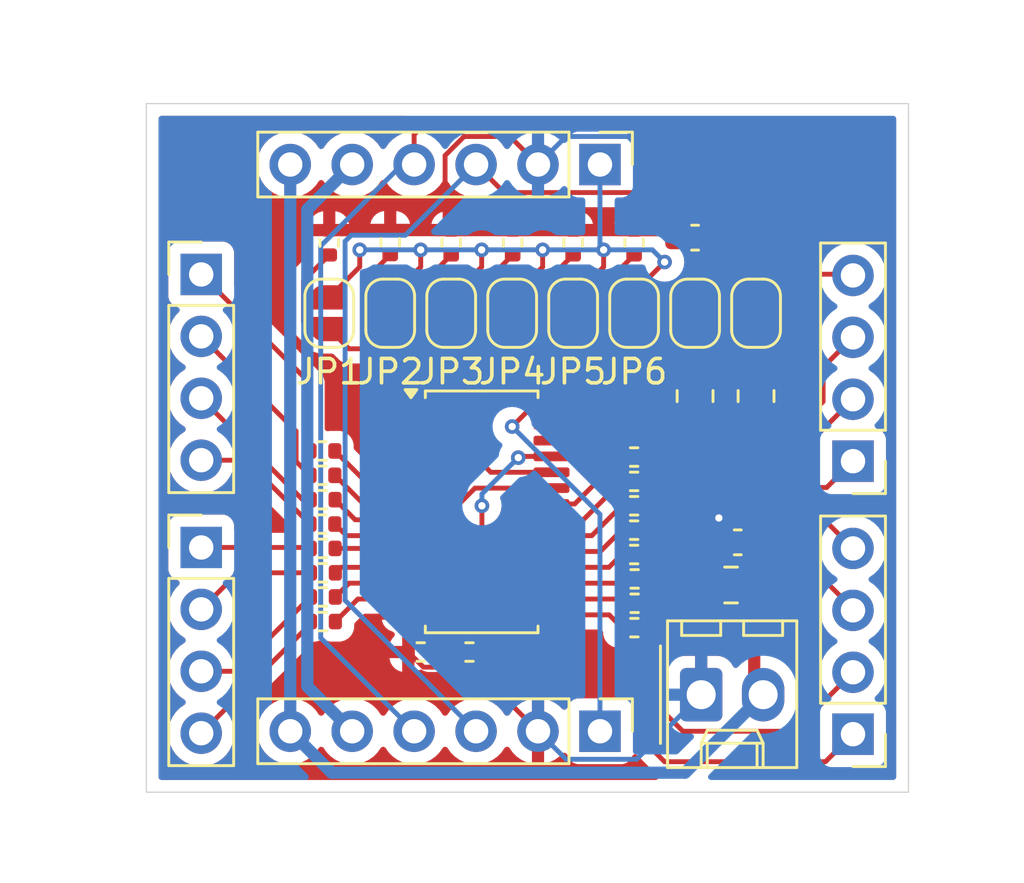
<source format=kicad_pcb>
(kicad_pcb (version 20240108) (generator "pcbnew") (generator_version "8.0")
  (layers (0 "F.Cu" signal) (31 "B.Cu" signal) (34 "B.Paste" user) (35 "F.Paste" user) (36 "B.SilkS" user "B.Silkscreen") (37 "F.SilkS" user "F.Silkscreen") (38 "B.Mask" user) (39 "F.Mask" user) (44 "Edge.Cuts" user))
  (net 0 "")
  (net 1 "GND")
  (net 2 "+3V3")
  (net 3 "+5V")
  (net 4 "Net-(J1-Pin_2)")
  (net 5 "Net-(J1-Pin_3)")
  (net 6 "Net-(J1-Pin_4)")
  (net 7 "Net-(J1-Pin_1)")
  (net 8 "SCL")
  (net 9 "SDA")
  (net 10 "OE")
  (net 11 "Net-(J6-Pin_3)")
  (net 12 "Net-(J6-Pin_4)")
  (net 13 "Net-(J6-Pin_1)")
  (net 14 "Net-(J6-Pin_2)")
  (net 15 "Net-(J7-Pin_1)")
  (net 16 "Net-(J7-Pin_2)")
  (net 17 "Net-(J7-Pin_4)")
  (net 18 "Net-(J7-Pin_3)")
  (net 19 "Net-(J8-Pin_1)")
  (net 20 "Net-(J8-Pin_2)")
  (net 21 "Net-(J8-Pin_3)")
  (net 22 "Net-(J8-Pin_4)")
  (net 23 "Net-(U1-#OE)")
  (net 24 "Net-(U1-EXTCLK)")
  (net 25 "Net-(U1-PWM0)")
  (net 26 "Net-(U1-PWM1)")
  (net 27 "Net-(U1-PWM2)")
  (net 28 "Net-(U1-PWM3)")
  (net 29 "Net-(U1-PWM4)")
  (net 30 "Net-(U1-PWM5)")
  (net 31 "Net-(U1-PWM6)")
  (net 32 "Net-(U1-PWM7)")
  (net 33 "Net-(U1-PWM8)")
  (net 34 "Net-(U1-PWM9)")
  (net 35 "Net-(U1-PWM10)")
  (net 36 "Net-(U1-PWM11)")
  (net 37 "Net-(U1-PWM12)")
  (net 38 "Net-(U1-PWM13)")
  (net 39 "Net-(U1-PWM14)")
  (net 40 "Net-(U1-PWM15)")
  (net 41 "A0")
  (net 42 "A1")
  (net 43 "A2")
  (net 44 "A3")
  (net 45 "A4")
  (net 46 "A5")
  (net 47 "Net-(JP7-B)")
  (net 48 "Net-(JP8-A)")
  (footprint "Resistor_SMD:R_0805_2012Metric" (layer "F.Cu") (at 100.8 91.5875 -90)
    (property "Reference" "R26" (hide yes))
    (property "Value" "4.7kΩ")
  )
  (footprint "Capacitor_SMD:C_0805_2012Metric" (layer "F.Cu") (at 99.775 99.3375 180)
    (property "Reference" "C2" (hide yes))
    (property "Value" "47μF")
  )
  (footprint "Resistor_SMD:R_0402_1005Metric" (layer "F.Cu") (at 95.8 97.0875)
    (property "Reference" "R15" (hide yes))
    (property "Value" "220Ω")
  )
  (footprint "Resistor_SMD:R_0402_1005Metric" (layer "F.Cu") (at 83.02 94.8375 180)
    (property "Reference" "R4" (hide yes))
    (property "Value" "220Ω")
  )
  (footprint "Resistor_SMD:R_0402_1005Metric" (layer "F.Cu") (at 93.3 85.2875 -90)
    (property "Reference" "R23" (hide yes))
    (property "Value" "10kΩ")
  )
  (footprint "Jumper:SolderJumper-2_P1.3mm_Open_RoundedPad1.0x1.5mm" (layer "F.Cu") (at 90.8 88.1875 -90)
    (property "Reference" "JP4")
    (property "Value" "SolderJumper_2_Open")
  )
  (footprint "Connector_PinHeader_2.54mm:PinHeader_1x04_P2.54mm_Vertical" (layer "F.Cu") (at 104.775 94.2575 180)
    (property "Reference" "J8" (hide yes))
    (property "Value" "Conn_01x04_Pin")
  )
  (footprint "Connector_PinHeader_2.54mm:PinHeader_1x06_P2.54mm_Vertical" (layer "F.Cu") (at 94.4 82.0875 -90)
    (property "Reference" "J3" (hide yes))
    (property "Value" "Conn_01x06_Pin")
  )
  (footprint "Resistor_SMD:R_0402_1005Metric" (layer "F.Cu") (at 88.3 85.2875 -90)
    (property "Reference" "R21" (hide yes))
    (property "Value" "10kΩ")
  )
  (footprint "Jumper:SolderJumper-2_P1.3mm_Open_RoundedPad1.0x1.5mm" (layer "F.Cu") (at 88.3 88.1875 -90)
    (property "Reference" "JP3")
    (property "Value" "SolderJumper_2_Open")
  )
  (footprint "Capacitor_SMD:C_0603_1608Metric" (layer "F.Cu") (at 100.05 97.5875 180)
    (property "Reference" "C3" (hide yes))
    (property "Value" "10μF")
  )
  (footprint "Jumper:SolderJumper-2_P1.3mm_Open_RoundedPad1.0x1.5mm" (layer "F.Cu") (at 93.3 88.1875 -90)
    (property "Reference" "JP5")
    (property "Value" "SolderJumper_2_Open")
  )
  (footprint "Resistor_SMD:R_0402_1005Metric" (layer "F.Cu") (at 95.8 96.0875)
    (property "Reference" "R16" (hide yes))
    (property "Value" "220Ω")
  )
  (footprint "Resistor_SMD:R_0805_2012Metric" (layer "F.Cu") (at 98.3 91.5875 -90)
    (property "Reference" "R25" (hide yes))
    (property "Value" "4.7kΩ")
  )
  (footprint "Jumper:SolderJumper-2_P1.3mm_Open_RoundedPad1.0x1.5mm" (layer "F.Cu") (at 83.3 88.1875 -90)
    (property "Reference" "JP1")
    (property "Value" "SolderJumper_2_Open")
  )
  (footprint "Resistor_SMD:R_0402_1005Metric" (layer "F.Cu") (at 83.04 99.8275 180)
    (property "Reference" "R9" (hide yes))
    (property "Value" "220Ω")
  )
  (footprint "Resistor_SMD:R_0402_1005Metric" (layer "F.Cu") (at 83.04 98.8375 180)
    (property "Reference" "R8" (hide yes))
    (property "Value" "220Ω")
  )
  (footprint "Connector_Molex:Molex_KK-254_AE-6410-02A_1x02_P2.54mm_Vertical" (layer "F.Cu") (at 98.55 103.8375)
    (property "Reference" "J4" (hide yes))
    (property "Value" "Conn_01x02")
  )
  (footprint "Resistor_SMD:R_0402_1005Metric" (layer "F.Cu") (at 83.03 95.8375 180)
    (property "Reference" "R5" (hide yes))
    (property "Value" "220Ω")
  )
  (footprint "Resistor_SMD:R_0402_1005Metric" (layer "F.Cu") (at 95.82 99.0875)
    (property "Reference" "R13" (hide yes))
    (property "Value" "220Ω")
  )
  (footprint "Resistor_SMD:R_0402_1005Metric" (layer "F.Cu") (at 95.8 95.0875)
    (property "Reference" "R17" (hide yes))
    (property "Value" "220Ω")
  )
  (footprint "Connector_PinHeader_2.54mm:PinHeader_1x06_P2.54mm_Vertical" (layer "F.Cu") (at 94.4 105.3375 -90)
    (property "Reference" "J2" (hide yes))
    (property "Value" "Conn_01x06_Pin")
  )
  (footprint "Resistor_SMD:R_0402_1005Metric" (layer "F.Cu") (at 85.8 85.2775 -90)
    (property "Reference" "R20" (hide yes))
    (property "Value" "10kΩ")
  )
  (footprint "Connector_PinHeader_2.54mm:PinHeader_1x04_P2.54mm_Vertical" (layer "F.Cu") (at 78.05 97.7975)
    (property "Reference" "J6" (hide yes))
    (property "Value" "Conn_01x04_Pin")
  )
  (footprint "Resistor_SMD:R_0402_1005Metric" (layer "F.Cu") (at 95.81 101.0875)
    (property "Reference" "R11" (hide yes))
    (property "Value" "220Ω")
  )
  (footprint "Resistor_SMD:R_0402_1005Metric" (layer "F.Cu") (at 83.3 85.2875 -90)
    (property "Reference" "R19" (hide yes))
    (property "Value" "10kΩ")
  )
  (footprint "Resistor_SMD:R_0402_1005Metric" (layer "F.Cu") (at 83.03 97.8375 180)
    (property "Reference" "R7" (hide yes))
    (property "Value" "220Ω")
  )
  (footprint "Connector_PinHeader_2.54mm:PinHeader_1x04_P2.54mm_Vertical" (layer "F.Cu") (at 78.05 86.5975)
    (property "Reference" "J1" (hide yes))
    (property "Value" "Conn_01x04_Pin")
  )
  (footprint "Resistor_SMD:R_0402_1005Metric" (layer "F.Cu") (at 95.82 100.0875)
    (property "Reference" "R12" (hide yes))
    (property "Value" "220Ω")
  )
  (footprint "Resistor_SMD:R_0402_1005Metric" (layer "F.Cu") (at 83.02 96.8375 180)
    (property "Reference" "R6" (hide yes))
    (property "Value" "220Ω")
  )
  (footprint "Jumper:SolderJumper-2_P1.3mm_Open_RoundedPad1.0x1.5mm" (layer "F.Cu") (at 85.8 88.1875 -90)
    (property "Reference" "JP2")
    (property "Value" "SolderJumper_2_Open")
  )
  (footprint "Resistor_SMD:R_0402_1005Metric" (layer "F.Cu") (at 95.8 98.0875)
    (property "Reference" "R14" (hide yes))
    (property "Value" "220Ω")
  )
  (footprint "Resistor_SMD:R_0402_1005Metric" (layer "F.Cu") (at 83.02 93.8375 180)
    (property "Reference" "R3" (hide yes))
    (property "Value" "220Ω")
  )
  (footprint "Resistor_SMD:R_0402_1005Metric" (layer "F.Cu") (at 90.82 85.2875 -90)
    (property "Reference" "R22" (hide yes))
    (property "Value" "10kΩ")
  )
  (footprint "Jumper:SolderJumper-2_P1.3mm_Open_RoundedPad1.0x1.5mm" (layer "F.Cu") (at 100.8 88.1875 90)
    (property "Reference" "JP8" (hide yes))
    (property "Value" "SolderJumper_2_Open")
  )
  (footprint "Capacitor_SMD:C_0603_1608Metric" (layer "F.Cu") (at 98.3 85.0875 180)
    (property "Reference" "C1" (hide yes))
    (property "Value" "10μF")
  )
  (footprint "Resistor_SMD:R_0402_1005Metric" (layer "F.Cu") (at 95.8 94.0875)
    (property "Reference" "R18" (hide yes))
    (property "Value" "220Ω")
  )
  (footprint "Jumper:SolderJumper-2_P1.3mm_Open_RoundedPad1.0x1.5mm" (layer "F.Cu") (at 95.8 88.1875 -90)
    (property "Reference" "JP6")
    (property "Value" "SolderJumper_2_Open")
  )
  (footprint "Resistor_SMD:R_0402_1005Metric" (layer "F.Cu") (at 87.05 102.0875 180)
    (property "Reference" "R1" (hide yes))
    (property "Value" "10kΩ")
  )
  (footprint "Resistor_SMD:R_0402_1005Metric" (layer "F.Cu") (at 83.04 100.8375 180)
    (property "Reference" "R10" (hide yes))
    (property "Value" "220Ω")
  )
  (footprint "Jumper:SolderJumper-2_P1.3mm_Open_RoundedPad1.0x1.5mm" (layer "F.Cu") (at 98.3 88.1875 -90)
    (property "Reference" "JP7" (hide yes))
    (property "Value" "SolderJumper_2_Open")
  )
  (footprint "Resistor_SMD:R_0402_1005Metric" (layer "F.Cu") (at 89.05 102.0875 180)
    (property "Reference" "R2" (hide yes))
    (property "Value" "10kΩ")
  )
  (footprint "Connector_PinHeader_2.54mm:PinHeader_1x04_P2.54mm_Vertical" (layer "F.Cu") (at 104.775 105.4575 180)
    (property "Reference" "J7" (hide yes))
    (property "Value" "Conn_01x04_Pin")
  )
  (footprint "Resistor_SMD:R_0402_1005Metric" (layer "F.Cu") (at 95.8 85.2875 -90)
    (property "Reference" "R24" (hide yes))
    (property "Value" "10kΩ")
  )
  (footprint "Package_SO:TSSOP-28_4.4x9.7mm_P0.65mm" (layer "F.Cu") (at 89.55 96.3375)
    (property "Reference" "U1" (hide yes))
    (property "Value" "PCA9685")
  )
  (gr_rect (start 75.8 79.5875) (end 107.05 107.8375) (stroke (width 0.05)) (fill none) (layer "Edge.Cuts"))
  (segment (start 88.83 80.9375) (end 88.05 81.7175) (width 0.2) (layer "F.Cu") (net 1))
  (segment (start 97.215 84.7775) (end 97.525 85.0875) (width 0.5) (layer "F.Cu") (net 1))
  (segment (start 83.3 84.7775) (end 97.215 84.7775) (width 0.5) (layer "F.Cu") (net 1))
  (segment (start 99.275 98.8875) (end 98.825 99.3375) (width 0.2) (layer "F.Cu") (net 1))
  (segment (start 91.86 82.0875) (end 90.71 80.9375) (width 0.2) (layer "F.Cu") (net 1))
  (segment (start 88.54 102.0875) (end 87.92 102.7075) (width 0.2) (layer "F.Cu") (net 1))
  (segment (start 98.55 103.8375) (end 98.55 99.6125) (width 0.2) (layer "F.Cu") (net 1))
  (segment (start 87.16 102.7075) (end 86.54 102.0875) (width 0.2) (layer "F.Cu") (net 1))
  (segment (start 95.8 84.7775) (end 97.215 84.7775) (width 0.5) (layer "F.Cu") (net 1))
  (segment (start 86.6875 100.5625) (end 86.6875 101.94) (width 0.2) (layer "F.Cu") (net 1))
  (segment (start 88.61 102.0875) (end 91.86 105.3375) (width 0.2) (layer "F.Cu") (net 1))
  (segment (start 98.55 99.6125) (end 98.825 99.3375) (width 0.2) (layer "F.Cu") (net 1))
  (segment (start 99.275 97.5875) (end 99.275 98.8875) (width 0.2) (layer "F.Cu") (net 1))
  (segment (start 90.71 80.9375) (end 88.83 80.9375) (width 0.2) (layer "F.Cu") (net 1))
  (segment (start 88.05 81.7175) (end 88.05 84.5275) (width 0.2) (layer "F.Cu") (net 1))
  (segment (start 98.825 103.5625) (end 98.55 103.8375) (width 0.2) (layer "F.Cu") (net 1))
  (segment (start 86.6875 101.94) (end 86.54 102.0875) (width 0.2) (layer "F.Cu") (net 1))
  (segment (start 88.05 84.5275) (end 88.3 84.7775) (width 0.2) (layer "F.Cu") (net 1))
  (segment (start 99.275 96.5875) (end 99.275 97.5875) (width 0.2) (layer "F.Cu") (net 1))
  (segment (start 87.92 102.7075) (end 87.16 102.7075) (width 0.2) (layer "F.Cu") (net 1))
  (segment (start 88.54 102.0875) (end 88.61 102.0875) (width 0.2) (layer "F.Cu") (net 1))
  (via (at 99.275 96.5875) (size 0.6) (drill 0.3) (layers "F.Cu" "B.Cu") (net 1))
  (segment (start 93.01 80.9375) (end 91.86 82.0875) (width 0.2) (layer "B.Cu") (net 1))
  (segment (start 99.3 96.5625) (end 99.3 84.6875) (width 0.2) (layer "B.Cu") (net 1))
  (segment (start 93.01 106.4875) (end 95.9 106.4875) (width 0.2) (layer "B.Cu") (net 1))
  (segment (start 91.86 105.3375) (end 93.01 106.4875) (width 0.2) (layer "B.Cu") (net 1))
  (segment (start 95.9 106.4875) (end 98.55 103.8375) (width 0.2) (layer "B.Cu") (net 1))
  (segment (start 95.55 80.9375) (end 93.01 80.9375) (width 0.2) (layer "B.Cu") (net 1))
  (segment (start 99.3 84.6875) (end 95.55 80.9375) (width 0.2) (layer "B.Cu") (net 1))
  (segment (start 99.275 96.5875) (end 99.3 96.5625) (width 0.2) (layer "B.Cu") (net 1))
  (segment (start 95.8 87.5375) (end 95.8 87.3375) (width 0.2) (layer "F.Cu") (net 2))
  (segment (start 91.525 92.1125) (end 90.8 92.8375) (width 0.2) (layer "F.Cu") (net 2))
  (segment (start 92.4125 92.1125) (end 91.525 92.1125) (width 0.2) (layer "F.Cu") (net 2))
  (segment (start 95.8 87.3375) (end 97.05 86.0875) (width 0.2) (layer "F.Cu") (net 2))
  (segment (start 85.8 87.5375) (end 87.05 86.2875) (width 0.2) (layer "F.Cu") (net 2))
  (segment (start 83.3 87.5375) (end 84.55 86.2875) (width 0.2) (layer "F.Cu") (net 2))
  (segment (start 94.55 86.2875) (end 94.55 85.5875) (width 0.2) (layer "F.Cu") (net 2))
  (segment (start 92.05 86.2875) (end 92.05 85.5875) (width 0.2) (layer "F.Cu") (net 2))
  (segment (start 93.3 87.5375) (end 94.55 86.2875) (width 0.2) (layer "F.Cu") (net 2))
  (segment (start 90.8 87.5375) (end 92.05 86.2875) (width 0.2) (layer "F.Cu") (net 2))
  (segment (start 99.075 85.8125) (end 100.8 87.5375) (width 0.2) (layer "F.Cu") (net 2))
  (segment (start 96.855 89.2825) (end 96.855 87.5925) (width 0.2) (layer "F.Cu") (net 2))
  (segment (start 88.3 87.5375) (end 89.55 86.2875) (width 0.2) (layer "F.Cu") (net 2))
  (segment (start 96.8 87.5375) (end 95.8 87.5375) (width 0.2) (layer "F.Cu") (net 2))
  (segment (start 95.8 87.5375) (end 100.8 87.5375) (width 0.2) (layer "F.Cu") (net 2))
  (segment (start 84.55 86.2875) (end 84.55 85.5875) (width 0.2) (layer "F.Cu") (net 2))
  (segment (start 94.025 92.1125) (end 96.855 89.2825) (width 0.2) (layer "F.Cu") (net 2))
  (segment (start 89.55 86.2875) (end 89.55 85.5875) (width 0.2) (layer "F.Cu") (net 2))
  (segment (start 96.855 87.5925) (end 96.8 87.5375) (width 0.2) (layer "F.Cu") (net 2))
  (segment (start 99.075 85.0875) (end 99.075 85.8125) (width 0.2) (layer "F.Cu") (net 2))
  (segment (start 92.4125 92.1125) (end 94.025 92.1125) (width 0.2) (layer "F.Cu") (net 2))
  (segment (start 87.05 86.2875) (end 87.05 85.5875) (width 0.2) (layer "F.Cu") (net 2))
  (via (at 97.05 86.0875) (size 0.6) (drill 0.3) (layers "F.Cu" "B.Cu") (net 2))
  (via (at 87.05 85.5875) (size 0.6) (drill 0.3) (layers "F.Cu" "B.Cu") (net 2))
  (via (at 92.05 85.5875) (size 0.6) (drill 0.3) (layers "F.Cu" "B.Cu") (net 2))
  (via (at 94.55 85.5875) (size 0.6) (drill 0.3) (layers "F.Cu" "B.Cu") (net 2))
  (via (at 90.8 92.8375) (size 0.6) (drill 0.3) (layers "F.Cu" "B.Cu") (net 2))
  (via (at 84.55 85.5875) (size 0.6) (drill 0.3) (layers "F.Cu" "B.Cu") (net 2))
  (via (at 89.55 85.5875) (size 0.6) (drill 0.3) (layers "F.Cu" "B.Cu") (net 2))
  (segment (start 90.8 92.8375) (end 94.4 96.4375) (width 0.2) (layer "B.Cu") (net 2))
  (segment (start 94.4 82.0875) (end 94.4 85.4375) (width 0.2) (layer "B.Cu") (net 2))
  (segment (start 84.55 85.5875) (end 87.05 85.5875) (width 0.2) (layer "B.Cu") (net 2))
  (segment (start 94.4 85.4375) (end 94.55 85.5875) (width 0.2) (layer "B.Cu") (net 2))
  (segment (start 89.55 85.5875) (end 92.05 85.5875) (width 0.2) (layer "B.Cu") (net 2))
  (segment (start 94.4 96.4375) (end 94.4 105.3375) (width 0.2) (layer "B.Cu") (net 2))
  (segment (start 97.05 86.0875) (end 96.55 85.5875) (width 0.2) (layer "B.Cu") (net 2))
  (segment (start 96.55 85.5875) (end 94.55 85.5875) (width 0.2) (layer "B.Cu") (net 2))
  (segment (start 92.05 85.5875) (end 94.55 85.5875) (width 0.2) (layer "B.Cu") (net 2))
  (segment (start 87.05 85.5875) (end 89.55 85.5875) (width 0.2) (layer "B.Cu") (net 2))
  (segment (start 100.725 103.4725) (end 101.09 103.8375) (width 0.5) (layer "F.Cu") (net 3))
  (segment (start 100.825 97.5875) (end 100.825 99.2375) (width 0.5) (layer "F.Cu") (net 3))
  (segment (start 100.725 99.3375) (end 100.725 103.4725) (width 0.5) (layer "F.Cu") (net 3))
  (segment (start 100.825 99.2375) (end 100.725 99.3375) (width 0.5) (layer "F.Cu") (net 3))
  (segment (start 81.7 82.0875) (end 81.7 105.3375) (width 0.5) (layer "B.Cu") (net 3))
  (segment (start 83.4 107.0375) (end 97.89 107.0375) (width 0.5) (layer "B.Cu") (net 3))
  (segment (start 97.89 107.0375) (end 101.09 103.8375) (width 0.5) (layer "B.Cu") (net 3))
  (segment (start 81.7 105.3375) (end 83.4 107.0375) (width 0.5) (layer "B.Cu") (net 3))
  (segment (start 81.94 93.0275) (end 81.94 94.2675) (width 0.2) (layer "F.Cu") (net 4))
  (segment (start 78.05 89.1375) (end 81.94 93.0275) (width 0.2) (layer "F.Cu") (net 4))
  (segment (start 81.94 94.2675) (end 82.51 94.8375) (width 0.2) (layer "F.Cu") (net 4))
  (segment (start 78.05 91.6775) (end 82.21 95.8375) (width 0.2) (layer "F.Cu") (net 5))
  (segment (start 82.21 95.8375) (end 82.52 95.8375) (width 0.2) (layer "F.Cu") (net 5))
  (segment (start 79.89 94.2175) (end 82.51 96.8375) (width 0.2) (layer "F.Cu") (net 6))
  (segment (start 78.05 94.2175) (end 79.89 94.2175) (width 0.2) (layer "F.Cu") (net 6))
  (segment (start 78.05 86.5975) (end 82.51 91.0575) (width 0.2) (layer "F.Cu") (net 7))
  (segment (start 82.51 91.0575) (end 82.51 93.8375) (width 0.2) (layer "F.Cu") (net 7))
  (segment (start 87.3 80.3375) (end 86.78 80.8575) (width 0.2) (layer "F.Cu") (net 8))
  (segment (start 102.255 81.7925) (end 100.8 80.3375) (width 0.2) (layer "F.Cu") (net 8))
  (segment (start 101.5 92.5) (end 102.255 91.745) (width 0.2) (layer "F.Cu") (net 8))
  (segment (start 100.8 80.3375) (end 87.3 80.3375) (width 0.2) (layer "F.Cu") (net 8))
  (segment (start 86.78 80.8575) (end 86.78 82.0875) (width 0.2) (layer "F.Cu") (net 8))
  (segment (start 99.8875 93.4125) (end 100.8 92.5) (width 0.2) (layer "F.Cu") (net 8))
  (segment (start 92.4125 93.4125) (end 99.8875 93.4125) (width 0.2) (layer "F.Cu") (net 8))
  (segment (start 100.8 92.5) (end 101.5 92.5) (width 0.2) (layer "F.Cu") (net 8))
  (segment (start 102.255 91.745) (end 102.255 81.7925) (width 0.2) (layer "F.Cu") (net 8))
  (segment (start 86.29 82.0875) (end 82.95 85.4275) (width 0.2) (layer "B.Cu") (net 8))
  (segment (start 82.95 85.4275) (end 82.95 101.5075) (width 0.2) (layer "B.Cu") (net 8))
  (segment (start 86.78 82.0875) (end 86.29 82.0875) (width 0.2) (layer "B.Cu") (net 8))
  (segment (start 82.95 101.5075) (end 86.78 105.3375) (width 0.2) (layer "B.Cu") (net 8))
  (segment (start 101.855 91.117244) (end 101.855 86.643804) (width 0.2) (layer "F.Cu") (net 9))
  (segment (start 92.4125 92.7625) (end 98.0375 92.7625) (width 0.2) (layer "F.Cu") (net 9))
  (segment (start 98.0375 92.7625) (end 98.3 92.5) (width 0.2) (layer "F.Cu") (net 9))
  (segment (start 99 92.5) (end 100.0125 91.4875) (width 0.2) (layer "F.Cu") (net 9))
  (segment (start 90.47 83.2375) (end 89.32 82.0875) (width 0.2) (layer "F.Cu") (net 9))
  (segment (start 101.855 86.643804) (end 98.448696 83.2375) (width 0.2) (layer "F.Cu") (net 9))
  (segment (start 98.448696 83.2375) (end 90.47 83.2375) (width 0.2) (layer "F.Cu") (net 9))
  (segment (start 98.3 92.5) (end 99 92.5) (width 0.2) (layer "F.Cu") (net 9))
  (segment (start 100.0125 91.4875) (end 101.484744 91.4875) (width 0.2) (layer "F.Cu") (net 9))
  (segment (start 101.484744 91.4875) (end 101.855 91.117244) (width 0.2) (layer "F.Cu") (net 9))
  (segment (start 86.42 84.9875) (end 84.2 84.9875) (width 0.2) (layer "B.Cu") (net 9))
  (segment (start 83.95 85.2375) (end 83.95 99.9675) (width 0.2) (layer "B.Cu") (net 9))
  (segment (start 83.95 99.9675) (end 89.32 105.3375) (width 0.2) (layer "B.Cu") (net 9))
  (segment (start 84.2 84.9875) (end 83.95 85.2375) (width 0.2) (layer "B.Cu") (net 9))
  (segment (start 89.32 82.0875) (end 86.42 84.9875) (width 0.2) (layer "B.Cu") (net 9))
  (segment (start 82.4 83.9275) (end 84.24 82.0875) (width 0.5) (layer "B.Cu") (net 10))
  (segment (start 84.24 105.3375) (end 82.4 103.4975) (width 0.5) (layer "B.Cu") (net 10))
  (segment (start 82.4 103.4975) (end 82.4 83.9275) (width 0.5) (layer "B.Cu") (net 10))
  (segment (start 78.05 102.8775) (end 79.48 102.8775) (width 0.2) (layer "F.Cu") (net 11))
  (segment (start 79.48 102.8775) (end 82.53 99.8275) (width 0.2) (layer "F.Cu") (net 11))
  (segment (start 82.53 100.8375) (end 82.53 100.9375) (width 0.2) (layer "F.Cu") (net 12))
  (segment (start 82.53 100.9375) (end 78.05 105.4175) (width 0.2) (layer "F.Cu") (net 12))
  (segment (start 78.05 97.7975) (end 82.48 97.7975) (width 0.2) (layer "F.Cu") (net 13))
  (segment (start 82.48 97.7975) (end 82.52 97.8375) (width 0.2) (layer "F.Cu") (net 13))
  (segment (start 79.55 98.8375) (end 78.05 100.3375) (width 0.2) (layer "F.Cu") (net 14))
  (segment (start 82.53 98.8375) (end 79.55 98.8375) (width 0.2) (layer "F.Cu") (net 14))
  (segment (start 103.645 106.5875) (end 104.775 105.4575) (width 0.2) (layer "F.Cu") (net 15))
  (segment (start 97.05 106.5875) (end 103.645 106.5875) (width 0.2) (layer "F.Cu") (net 15))
  (segment (start 96.32 101.0875) (end 96.32 105.8575) (width 0.2) (layer "F.Cu") (net 15))
  (segment (start 96.32 105.8575) (end 97.05 106.5875) (width 0.2) (layer "F.Cu") (net 15))
  (segment (start 96.33 100.0875) (end 96.957843 100.715343) (width 0.2) (layer "F.Cu") (net 16))
  (segment (start 102.355 105.3375) (end 104.775 102.9175) (width 0.2) (layer "F.Cu") (net 16))
  (segment (start 96.957843 104.495087) (end 97.800256 105.3375) (width 0.2) (layer "F.Cu") (net 16))
  (segment (start 96.957843 100.715343) (end 96.957843 104.495087) (width 0.2) (layer "F.Cu") (net 16))
  (segment (start 97.800256 105.3375) (end 102.355 105.3375) (width 0.2) (layer "F.Cu") (net 16))
  (segment (start 96.31 98.0775) (end 98.125 96.2625) (width 0.2) (layer "F.Cu") (net 17))
  (segment (start 100.039214 95.9375) (end 102.875 95.9375) (width 0.2) (layer "F.Cu") (net 17))
  (segment (start 98.125 96.2625) (end 98.125 96.073285) (width 0.2) (layer "F.Cu") (net 17))
  (segment (start 99.689214 95.5875) (end 100.039214 95.9375) (width 0.2) (layer "F.Cu") (net 17))
  (segment (start 96.31 98.0875) (end 96.31 98.0775) (width 0.2) (layer "F.Cu") (net 17))
  (segment (start 98.610785 95.5875) (end 99.689214 95.5875) (width 0.2) (layer "F.Cu") (net 17))
  (segment (start 98.125 96.073285) (end 98.610785 95.5875) (width 0.2) (layer "F.Cu") (net 17))
  (segment (start 102.875 95.9375) (end 104.775 97.8375) (width 0.2) (layer "F.Cu") (net 17))
  (segment (start 98.776471 95.9875) (end 99.523529 95.9875) (width 0.2) (layer "F.Cu") (net 18))
  (segment (start 97.35 98.5375) (end 98.525 97.3625) (width 0.2) (layer "F.Cu") (net 18))
  (segment (start 100.798696 96.3375) (end 104.775 100.313804) (width 0.2) (layer "F.Cu") (net 18))
  (segment (start 98.525 96.238971) (end 98.776471 95.9875) (width 0.2) (layer "F.Cu") (net 18))
  (segment (start 96.33 99.0875) (end 96.88 98.5375) (width 0.2) (layer "F.Cu") (net 18))
  (segment (start 99.523529 95.9875) (end 99.873529 96.3375) (width 0.2) (layer "F.Cu") (net 18))
  (segment (start 104.775 100.313804) (end 104.775 100.3775) (width 0.2) (layer "F.Cu") (net 18))
  (segment (start 98.525 97.3625) (end 98.525 96.238971) (width 0.2) (layer "F.Cu") (net 18))
  (segment (start 99.873529 96.3375) (end 100.798696 96.3375) (width 0.2) (layer "F.Cu") (net 18))
  (segment (start 96.88 98.5375) (end 97.35 98.5375) (width 0.2) (layer "F.Cu") (net 18))
  (segment (start 96.31 97.0875) (end 97.725 95.6725) (width 0.2) (layer "F.Cu") (net 19))
  (segment (start 97.725 95.6725) (end 97.725 95.596814) (width 0.2) (layer "F.Cu") (net 19))
  (segment (start 103.695 95.3375) (end 104.775 94.2575) (width 0.2) (layer "F.Cu") (net 19))
  (segment (start 100.004899 95.3375) (end 103.695 95.3375) (width 0.2) (layer "F.Cu") (net 19))
  (segment (start 98.134314 95.1875) (end 99.854899 95.1875) (width 0.2) (layer "F.Cu") (net 19))
  (segment (start 99.854899 95.1875) (end 100.004899 95.3375) (width 0.2) (layer "F.Cu") (net 19))
  (segment (start 97.725 95.596814) (end 98.134314 95.1875) (width 0.2) (layer "F.Cu") (net 19))
  (segment (start 96.31 96.0875) (end 97.61 94.7875) (width 0.2) (layer "F.Cu") (net 20))
  (segment (start 97.61 94.7875) (end 101.705 94.7875) (width 0.2) (layer "F.Cu") (net 20))
  (segment (start 101.705 94.7875) (end 104.775 91.7175) (width 0.2) (layer "F.Cu") (net 20))
  (segment (start 103.55 91.81293) (end 103.55 90.4025) (width 0.2) (layer "F.Cu") (net 21))
  (segment (start 103.55 90.4025) (end 104.775 89.1775) (width 0.2) (layer "F.Cu") (net 21))
  (segment (start 101.15043 94.2125) (end 103.55 91.81293) (width 0.2) (layer "F.Cu") (net 21))
  (segment (start 96.31 95.0875) (end 97.185 94.2125) (width 0.2) (layer "F.Cu") (net 21))
  (segment (start 97.185 94.2125) (end 101.15043 94.2125) (width 0.2) (layer "F.Cu") (net 21))
  (segment (start 96.585 93.8125) (end 100.984744 93.8125) (width 0.2) (layer "F.Cu") (net 22))
  (segment (start 102.8 91.997244) (end 102.8 86.8375) (width 0.2) (layer "F.Cu") (net 22))
  (segment (start 103.05 86.5875) (end 104.725 86.5875) (width 0.2) (layer "F.Cu") (net 22))
  (segment (start 96.31 94.0875) (end 96.585 93.8125) (width 0.2) (layer "F.Cu") (net 22))
  (segment (start 100.984744 93.8125) (end 102.8 91.997244) (width 0.2) (layer "F.Cu") (net 22))
  (segment (start 104.725 86.5875) (end 104.775 86.6375) (width 0.2) (layer "F.Cu") (net 22))
  (segment (start 102.8 86.8375) (end 103.05 86.5875) (width 0.2) (layer "F.Cu") (net 22))
  (segment (start 87.725 101.9225) (end 87.725 96.9125) (width 0.2) (layer "F.Cu") (net 23))
  (segment (start 87.56 102.0875) (end 87.725 101.9225) (width 0.2) (layer "F.Cu") (net 23))
  (segment (start 87.725 96.9125) (end 89.275 95.3625) (width 0.2) (layer "F.Cu") (net 23))
  (segment (start 89.275 95.3625) (end 92.4125 95.3625) (width 0.2) (layer "F.Cu") (net 23))
  (segment (start 91.1 94.0625) (end 91.05 94.1125) (width 0.2) (layer "F.Cu") (net 24))
  (segment (start 92.4125 94.0625) (end 91.1 94.0625) (width 0.2) (layer "F.Cu") (net 24))
  (segment (start 89.56 96.0875) (end 89.56 102.0875) (width 0.2) (layer "F.Cu") (net 24))
  (via (at 89.56 96.0875) (size 0.6) (drill 0.3) (layers "F.Cu" "B.Cu") (net 24))
  (via (at 91.05 94.1125) (size 0.6) (drill 0.3) (layers "F.Cu" "B.Cu") (net 24))
  (segment (start 89.56 95.6025) (end 91.05 94.1125) (width 0.2) (layer "B.Cu") (net 24))
  (segment (start 89.56 96.0875) (end 89.56 95.6025) (width 0.2) (layer "B.Cu") (net 24))
  (segment (start 83.53 93.8375) (end 85.055 95.3625) (width 0.2) (layer "F.Cu") (net 25))
  (segment (start 85.055 95.3625) (end 86.6875 95.3625) (width 0.2) (layer "F.Cu") (net 25))
  (segment (start 84.705 96.0125) (end 86.6875 96.0125) (width 0.2) (layer "F.Cu") (net 26))
  (segment (start 83.53 94.8375) (end 84.705 96.0125) (width 0.2) (layer "F.Cu") (net 26))
  (segment (start 84.365 96.6625) (end 86.6875 96.6625) (width 0.2) (layer "F.Cu") (net 27))
  (segment (start 83.54 95.8375) (end 84.365 96.6625) (width 0.2) (layer "F.Cu") (net 27))
  (segment (start 84.005 97.3125) (end 86.6875 97.3125) (width 0.2) (layer "F.Cu") (net 28))
  (segment (start 83.53 96.8375) (end 84.005 97.3125) (width 0.2) (layer "F.Cu") (net 28))
  (segment (start 83.54 97.8375) (end 86.5625 97.8375) (width 0.2) (layer "F.Cu") (net 29))
  (segment (start 86.5625 97.8375) (end 86.6875 97.9625) (width 0.2) (layer "F.Cu") (net 29))
  (segment (start 83.55 98.8375) (end 83.775 98.6125) (width 0.2) (layer "F.Cu") (net 30))
  (segment (start 83.775 98.6125) (end 86.6875 98.6125) (width 0.2) (layer "F.Cu") (net 30))
  (segment (start 84.115 99.2625) (end 86.6875 99.2625) (width 0.2) (layer "F.Cu") (net 31))
  (segment (start 83.55 99.8275) (end 84.115 99.2625) (width 0.2) (layer "F.Cu") (net 31))
  (segment (start 84.475 99.9125) (end 83.55 100.8375) (width 0.2) (layer "F.Cu") (net 32))
  (segment (start 86.6875 99.9125) (end 84.475 99.9125) (width 0.2) (layer "F.Cu") (net 32))
  (segment (start 92.4125 100.5625) (end 94.775 100.5625) (width 0.2) (layer "F.Cu") (net 33))
  (segment (start 94.775 100.5625) (end 95.3 101.0875) (width 0.2) (layer "F.Cu") (net 33))
  (segment (start 95.31 100.0875) (end 95.135 99.9125) (width 0.2) (layer "F.Cu") (net 34))
  (segment (start 95.135 99.9125) (end 92.4125 99.9125) (width 0.2) (layer "F.Cu") (net 34))
  (segment (start 95.135 99.2625) (end 95.31 99.0875) (width 0.2) (layer "F.Cu") (net 35))
  (segment (start 92.4125 99.2625) (end 95.135 99.2625) (width 0.2) (layer "F.Cu") (net 35))
  (segment (start 94.765 98.6125) (end 92.4125 98.6125) (width 0.2) (layer "F.Cu") (net 36))
  (segment (start 95.29 98.0875) (end 94.765 98.6125) (width 0.2) (layer "F.Cu") (net 36))
  (segment (start 94.415 97.9625) (end 95.29 97.0875) (width 0.2) (layer "F.Cu") (net 37))
  (segment (start 92.4125 97.9625) (end 94.415 97.9625) (width 0.2) (layer "F.Cu") (net 37))
  (segment (start 92.4125 97.3125) (end 94.065 97.3125) (width 0.2) (layer "F.Cu") (net 38))
  (segment (start 94.065 97.3125) (end 95.29 96.0875) (width 0.2) (layer "F.Cu") (net 38))
  (segment (start 92.4125 96.6625) (end 93.715 96.6625) (width 0.2) (layer "F.Cu") (net 39))
  (segment (start 93.715 96.6625) (end 95.29 95.0875) (width 0.2) (layer "F.Cu") (net 39))
  (segment (start 93.365 96.0125) (end 95.29 94.0875) (width 0.2) (layer "F.Cu") (net 40))
  (segment (start 92.4125 96.0125) (end 93.365 96.0125) (width 0.2) (layer "F.Cu") (net 40))
  (segment (start 82.245 88.5375) (end 82.545 88.8375) (width 0.2) (layer "F.Cu") (net 41))
  (segment (start 86.6875 90.475) (end 85.860091 89.647591) (width 0.2) (layer "F.Cu") (net 41))
  (segment (start 84.110091 89.647591) (end 83.3 88.8375) (width 0.2) (layer "F.Cu") (net 41))
  (segment (start 82.545 88.8375) (end 83.3 88.8375) (width 0.2) (layer "F.Cu") (net 41))
  (segment (start 85.860091 89.647591) (end 84.110091 89.647591) (width 0.2) (layer "F.Cu") (net 41))
  (segment (start 86.6875 92.1125) (end 86.6875 90.475) (width 0.2) (layer "F.Cu") (net 41))
  (segment (start 82.245 86.8525) (end 82.245 88.5375) (width 0.2) (layer "F.Cu") (net 41))
  (segment (start 83.3 85.7975) (end 82.245 86.8525) (width 0.2) (layer "F.Cu") (net 41))
  (segment (start 84.745 86.8425) (end 84.745 88.5375) (width 0.2) (layer "F.Cu") (net 42))
  (segment (start 85.8 85.7875) (end 84.745 86.8425) (width 0.2) (layer "F.Cu") (net 42))
  (segment (start 87.725 92.462499) (end 87.725 90.0125) (width 0.2) (layer "F.Cu") (net 42))
  (segment (start 87.725 90.0125) (end 86.55 88.8375) (width 0.2) (layer "F.Cu") (net 42))
  (segment (start 85.045 88.8375) (end 85.8 88.8375) (width 0.2) (layer "F.Cu") (net 42))
  (segment (start 84.745 88.5375) (end 85.045 88.8375) (width 0.2) (layer "F.Cu") (net 42))
  (segment (start 86.55 88.8375) (end 85.8 88.8375) (width 0.2) (layer "F.Cu") (net 42))
  (segment (start 86.6875 92.7625) (end 87.424999 92.7625) (width 0.2) (layer "F.Cu") (net 42))
  (segment (start 87.424999 92.7625) (end 87.725 92.462499) (width 0.2) (layer "F.Cu") (net 42))
  (segment (start 87.425 93.4125) (end 86.6875 93.4125) (width 0.2) (layer "F.Cu") (net 43))
  (segment (start 87.545 88.8375) (end 88.3 88.8375) (width 0.2) (layer "F.Cu") (net 43))
  (segment (start 88.3 88.8375) (end 88.3 92.5375) (width 0.2) (layer "F.Cu") (net 43))
  (segment (start 87.245 88.5375) (end 87.545 88.8375) (width 0.2) (layer "F.Cu") (net 43))
  (segment (start 87.245 86.8525) (end 87.245 88.5375) (width 0.2) (layer "F.Cu") (net 43))
  (segment (start 88.3 85.7975) (end 87.245 86.8525) (width 0.2) (layer "F.Cu") (net 43))
  (segment (start 88.3 92.5375) (end 87.425 93.4125) (width 0.2) (layer "F.Cu") (net 43))
  (segment (start 89.745 88.5375) (end 89.745 86.8725) (width 0.2) (layer "F.Cu") (net 44))
  (segment (start 87.424999 94.0625) (end 88.8 92.687499) (width 0.2) (layer "F.Cu") (net 44))
  (segment (start 88.8 89.8375) (end 89.8 88.8375) (width 0.2) (layer "F.Cu") (net 44))
  (segment (start 88.8 92.687499) (end 88.8 89.8375) (width 0.2) (layer "F.Cu") (net 44))
  (segment (start 89.745 86.8725) (end 90.82 85.7975) (width 0.2) (layer "F.Cu") (net 44))
  (segment (start 86.6875 94.0625) (end 87.424999 94.0625) (width 0.2) (layer "F.Cu") (net 44))
  (segment (start 89.8 88.8375) (end 90.8 88.8375) (width 0.2) (layer "F.Cu") (net 44))
  (segment (start 90.045 88.8375) (end 89.745 88.5375) (width 0.2) (layer "F.Cu") (net 44))
  (segment (start 90.8 88.8375) (end 90.045 88.8375) (width 0.2) (layer "F.Cu") (net 44))
  (segment (start 89.989909 89.647591) (end 92.489909 89.647591) (width 0.2) (layer "F.Cu") (net 45))
  (segment (start 86.6875 94.7125) (end 87.343456 94.7125) (width 0.2) (layer "F.Cu") (net 45))
  (segment (start 89.2 90.4375) (end 89.989909 89.647591) (width 0.2) (layer "F.Cu") (net 45))
  (segment (start 92.245 86.8525) (end 92.245 88.2325) (width 0.2) (layer "F.Cu") (net 45))
  (segment (start 89.2 92.855956) (end 89.2 90.4375) (width 0.2) (layer "F.Cu") (net 45))
  (segment (start 87.343456 94.7125) (end 89.2 92.855956) (width 0.2) (layer "F.Cu") (net 45))
  (segment (start 93.3 85.7975) (end 92.245 86.8525) (width 0.2) (layer "F.Cu") (net 45))
  (segment (start 92.245 88.2325) (end 92.85 88.8375) (width 0.2) (layer "F.Cu") (net 45))
  (segment (start 92.85 88.8375) (end 93.3 88.8375) (width 0.2) (layer "F.Cu") (net 45))
  (segment (start 92.489909 89.647591) (end 93.3 88.8375) (width 0.2) (layer "F.Cu") (net 45))
  (segment (start 90.155595 90.047591) (end 93.839909 90.047591) (width 0.2) (layer "F.Cu") (net 46))
  (segment (start 92.4125 94.7125) (end 89.925 94.7125) (width 0.2) (layer "F.Cu") (net 46))
  (segment (start 95.8 85.7975) (end 94.745 86.8525) (width 0.2) (layer "F.Cu") (net 46))
  (segment (start 94.745 86.8525) (end 94.745 88.5375) (width 0.2) (layer "F.Cu") (net 46))
  (segment (start 89.6 94.3875) (end 89.6 90.603186) (width 0.2) (layer "F.Cu") (net 46))
  (segment (start 89.925 94.7125) (end 89.6 94.3875) (width 0.2) (layer "F.Cu") (net 46))
  (segment (start 94.745 88.5375) (end 95.045 88.8375) (width 0.2) (layer "F.Cu") (net 46))
  (segment (start 95.045 88.8375) (end 95.8 88.8375) (width 0.2) (layer "F.Cu") (net 46))
  (segment (start 95.05 88.8375) (end 95.8 88.8375) (width 0.2) (layer "F.Cu") (net 46))
  (segment (start 89.6 90.603186) (end 90.155595 90.047591) (width 0.2) (layer "F.Cu") (net 46))
  (segment (start 93.839909 90.047591) (end 95.05 88.8375) (width 0.2) (layer "F.Cu") (net 46))
  (segment (start 98.3 88.8375) (end 98.3 90.675) (width 0.5) (layer "F.Cu") (net 47))
  (segment (start 100.8 88.8375) (end 100.8 90.675) (width 0.5) (layer "F.Cu") (net 48))
  (zone (net 1) (net_name "GND") (layers "F&B.Cu") (connect_pads (clearance 0.5)) (min_thickness 0.25) (fill yes (thermal_gap 0.5) (thermal_bridge_width 0.5))
    (polygon (pts (xy 69.8 111.3375) (xy 111.8 111.3375) (xy 111.8 75.3375) (xy 69.8 75.3375)))
  )
)
</source>
